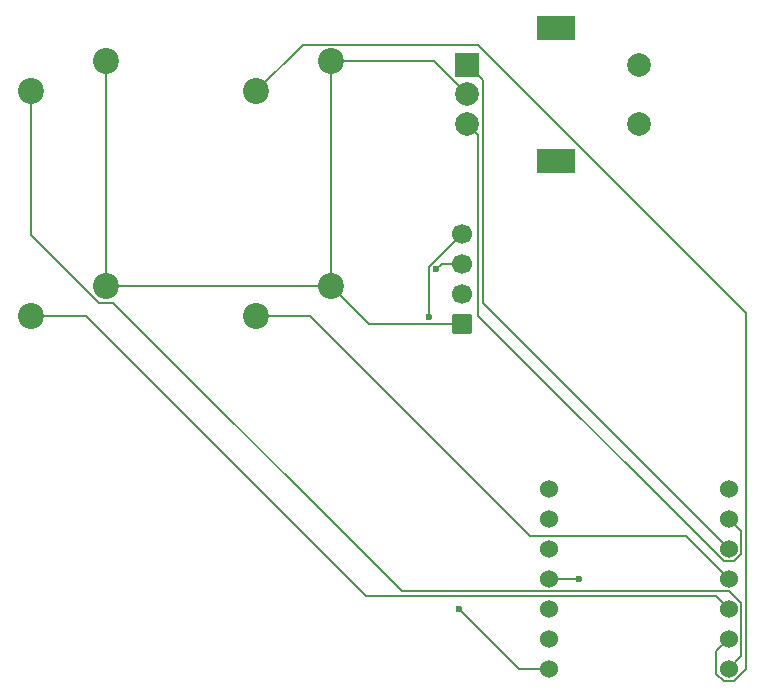
<source format=gbr>
%TF.GenerationSoftware,KiCad,Pcbnew,9.0.7*%
%TF.CreationDate,2026-02-10T21:25:41+00:00*%
%TF.ProjectId,micro discord board,6d696372-6f20-4646-9973-636f72642062,rev?*%
%TF.SameCoordinates,Original*%
%TF.FileFunction,Copper,L2,Bot*%
%TF.FilePolarity,Positive*%
%FSLAX46Y46*%
G04 Gerber Fmt 4.6, Leading zero omitted, Abs format (unit mm)*
G04 Created by KiCad (PCBNEW 9.0.7) date 2026-02-10 21:25:41*
%MOMM*%
%LPD*%
G01*
G04 APERTURE LIST*
G04 Aperture macros list*
%AMRoundRect*
0 Rectangle with rounded corners*
0 $1 Rounding radius*
0 $2 $3 $4 $5 $6 $7 $8 $9 X,Y pos of 4 corners*
0 Add a 4 corners polygon primitive as box body*
4,1,4,$2,$3,$4,$5,$6,$7,$8,$9,$2,$3,0*
0 Add four circle primitives for the rounded corners*
1,1,$1+$1,$2,$3*
1,1,$1+$1,$4,$5*
1,1,$1+$1,$6,$7*
1,1,$1+$1,$8,$9*
0 Add four rect primitives between the rounded corners*
20,1,$1+$1,$2,$3,$4,$5,0*
20,1,$1+$1,$4,$5,$6,$7,0*
20,1,$1+$1,$6,$7,$8,$9,0*
20,1,$1+$1,$8,$9,$2,$3,0*%
G04 Aperture macros list end*
%TA.AperFunction,ComponentPad*%
%ADD10C,2.200000*%
%TD*%
%TA.AperFunction,ComponentPad*%
%ADD11C,1.524000*%
%TD*%
%TA.AperFunction,ComponentPad*%
%ADD12RoundRect,0.170000X0.680000X-0.680000X0.680000X0.680000X-0.680000X0.680000X-0.680000X-0.680000X0*%
%TD*%
%TA.AperFunction,ComponentPad*%
%ADD13C,1.700000*%
%TD*%
%TA.AperFunction,ComponentPad*%
%ADD14R,2.000000X2.000000*%
%TD*%
%TA.AperFunction,ComponentPad*%
%ADD15C,2.000000*%
%TD*%
%TA.AperFunction,ComponentPad*%
%ADD16R,3.200000X2.000000*%
%TD*%
%TA.AperFunction,ViaPad*%
%ADD17C,0.600000*%
%TD*%
%TA.AperFunction,Conductor*%
%ADD18C,0.200000*%
%TD*%
G04 APERTURE END LIST*
D10*
%TO.P,SW3,1,1*%
%TO.N,GND*%
X88265000Y-61595000D03*
%TO.P,SW3,2,2*%
%TO.N,Net-(U1-GPIO28_A2_D2)*%
X81915000Y-64135000D03*
%TD*%
D11*
%TO.P,U1,1,GPIO26_A0_D0*%
%TO.N,Net-(U1-GPIO26_A0_D0)*%
X140970000Y-93980000D03*
%TO.P,U1,2,GPIO27_A1_D1*%
%TO.N,Net-(U1-GPIO27_A1_D1)*%
X140970000Y-91440000D03*
%TO.P,U1,3,GPIO28_A2_D2*%
%TO.N,Net-(U1-GPIO28_A2_D2)*%
X140970000Y-88900000D03*
%TO.P,U1,4,GPIO29_A3_D3*%
%TO.N,Net-(U1-GPIO29_A3_D3)*%
X140970000Y-86360000D03*
%TO.P,U1,5,GPIO6_D4_SDA*%
%TO.N,Net-(U1-GPIO6_D4_SDA)*%
X140970000Y-83820000D03*
%TO.P,U1,6,GPIO7_D5_SCL*%
%TO.N,Net-(U1-GPIO7_D5_SCL)*%
X140970000Y-81280000D03*
%TO.P,U1,7,GPIO0_D6_TX*%
%TO.N,unconnected-(U1-GPIO0_D6_TX-Pad7)*%
X140970000Y-78740000D03*
%TO.P,U1,8,GPIO1_D7_CSn_RX*%
%TO.N,Net-(D1-DIN)*%
X125730000Y-78740000D03*
%TO.P,U1,9,GPIO2_D8_SCK*%
%TO.N,unconnected-(U1-GPIO2_D8_SCK-Pad9)*%
X125730000Y-81280000D03*
%TO.P,U1,10,GPIO4_D9_MISO*%
%TO.N,Net-(U1-GPIO4_D9_MISO)*%
X125730000Y-83820000D03*
%TO.P,U1,11,GPIO3_D10_MOSI*%
%TO.N,Net-(U1-GPIO3_D10_MOSI)*%
X125730000Y-86360000D03*
%TO.P,U1,12,3V3*%
%TO.N,unconnected-(U1-3V3-Pad12)*%
X125730000Y-88900000D03*
%TO.P,U1,13,GND*%
%TO.N,GND*%
X125730000Y-91440000D03*
%TO.P,U1,14,5V*%
%TO.N,+5V*%
X125730000Y-93980000D03*
%TD*%
D12*
%TO.P,U2,1,GND*%
%TO.N,GND*%
X118390000Y-64770000D03*
D13*
%TO.P,U2,2,VCC*%
%TO.N,+5V*%
X118390000Y-62230000D03*
%TO.P,U2,3,SCL*%
%TO.N,Net-(U1-GPIO3_D10_MOSI)*%
X118390000Y-59690000D03*
%TO.P,U2,4,SDA*%
%TO.N,Net-(U1-GPIO4_D9_MISO)*%
X118390000Y-57150000D03*
%TD*%
D10*
%TO.P,SW4,1,1*%
%TO.N,GND*%
X107315000Y-61595000D03*
%TO.P,SW4,2,2*%
%TO.N,Net-(U1-GPIO29_A3_D3)*%
X100965000Y-64135000D03*
%TD*%
D14*
%TO.P,SW5,A,A*%
%TO.N,Net-(U1-GPIO6_D4_SDA)*%
X118850000Y-42862500D03*
D15*
%TO.P,SW5,B,B*%
%TO.N,Net-(U1-GPIO7_D5_SCL)*%
X118850000Y-47862500D03*
%TO.P,SW5,C,C*%
%TO.N,GND*%
X118850000Y-45362500D03*
D16*
%TO.P,SW5,MP*%
%TO.N,N/C*%
X126350000Y-39762500D03*
X126350000Y-50962500D03*
D15*
%TO.P,SW5,S1*%
X133350000Y-47862500D03*
%TO.P,SW5,S2*%
X133350000Y-42862500D03*
%TD*%
D10*
%TO.P,SW1,1,1*%
%TO.N,GND*%
X88265000Y-42545000D03*
%TO.P,SW1,2,2*%
%TO.N,Net-(U1-GPIO26_A0_D0)*%
X81915000Y-45085000D03*
%TD*%
%TO.P,SW2,1,1*%
%TO.N,GND*%
X107315000Y-42545000D03*
%TO.P,SW2,2,2*%
%TO.N,Net-(U1-GPIO27_A1_D1)*%
X100965000Y-45085000D03*
%TD*%
D17*
%TO.N,+5V*%
X118110000Y-88900000D03*
%TO.N,Net-(U1-GPIO3_D10_MOSI)*%
X128270000Y-86360000D03*
X116222490Y-60166040D03*
%TO.N,Net-(U1-GPIO4_D9_MISO)*%
X115570000Y-64170000D03*
%TD*%
D18*
%TO.N,GND*%
X88265000Y-61595000D02*
X107315000Y-61595000D01*
X88265000Y-42545000D02*
X88265000Y-61595000D01*
X107315000Y-61595000D02*
X107315000Y-42545000D01*
X110490000Y-64770000D02*
X107315000Y-61595000D01*
X118850000Y-45362500D02*
X116032500Y-42545000D01*
X118390000Y-64770000D02*
X110490000Y-64770000D01*
X116032500Y-42545000D02*
X107315000Y-42545000D01*
%TO.N,+5V*%
X125730000Y-93980000D02*
X123190000Y-93980000D01*
X123190000Y-93980000D02*
X118110000Y-88900000D01*
%TO.N,Net-(U1-GPIO26_A0_D0)*%
X113272314Y-87423000D02*
X140996310Y-87423000D01*
X81915000Y-45085000D02*
X81915000Y-57226314D01*
X142033000Y-88459690D02*
X142033000Y-92917000D01*
X81915000Y-57226314D02*
X87684686Y-62996000D01*
X142033000Y-92917000D02*
X140970000Y-93980000D01*
X140996310Y-87423000D02*
X142033000Y-88459690D01*
X88845314Y-62996000D02*
X113272314Y-87423000D01*
X87684686Y-62996000D02*
X88845314Y-62996000D01*
%TO.N,Net-(U1-GPIO27_A1_D1)*%
X142434000Y-94019310D02*
X142434000Y-63844500D01*
X141410310Y-95043000D02*
X142434000Y-94019310D01*
X119733500Y-41144000D02*
X104906000Y-41144000D01*
X104906000Y-41144000D02*
X100965000Y-45085000D01*
X142434000Y-63844500D02*
X119733500Y-41144000D01*
X139907000Y-94420310D02*
X140529690Y-95043000D01*
X140970000Y-91440000D02*
X139907000Y-92503000D01*
X140529690Y-95043000D02*
X141410310Y-95043000D01*
X139907000Y-92503000D02*
X139907000Y-94420310D01*
%TO.N,Net-(U1-GPIO28_A2_D2)*%
X110268530Y-87837000D02*
X139907000Y-87837000D01*
X139907000Y-87837000D02*
X140970000Y-88900000D01*
X81915000Y-64135000D02*
X86566530Y-64135000D01*
X86566530Y-64135000D02*
X110268530Y-87837000D01*
%TO.N,Net-(U1-GPIO29_A3_D3)*%
X124181816Y-82757000D02*
X137367000Y-82757000D01*
X105559816Y-64135000D02*
X124181816Y-82757000D01*
X137367000Y-82757000D02*
X140970000Y-86360000D01*
X100965000Y-64135000D02*
X105559816Y-64135000D01*
%TO.N,Net-(U1-GPIO6_D4_SDA)*%
X118850000Y-42862500D02*
X120151000Y-44163500D01*
X120151000Y-63001000D02*
X140970000Y-83820000D01*
X120151000Y-44163500D02*
X120151000Y-63001000D01*
%TO.N,Net-(U1-GPIO7_D5_SCL)*%
X142033000Y-82343000D02*
X142033000Y-84260310D01*
X142033000Y-84260310D02*
X141410310Y-84883000D01*
X119750000Y-64103310D02*
X119750000Y-48762500D01*
X119750000Y-48762500D02*
X118850000Y-47862500D01*
X141410310Y-84883000D02*
X140529690Y-84883000D01*
X140529690Y-84883000D02*
X119750000Y-64103310D01*
X140970000Y-81280000D02*
X142033000Y-82343000D01*
%TO.N,Net-(U1-GPIO3_D10_MOSI)*%
X128270000Y-86360000D02*
X125730000Y-86360000D01*
X116698530Y-59690000D02*
X116222490Y-60166040D01*
X118390000Y-59690000D02*
X116698530Y-59690000D01*
%TO.N,Net-(U1-GPIO4_D9_MISO)*%
X115570000Y-59970000D02*
X115570000Y-64170000D01*
X118390000Y-57150000D02*
X115570000Y-59970000D01*
%TD*%
M02*

</source>
